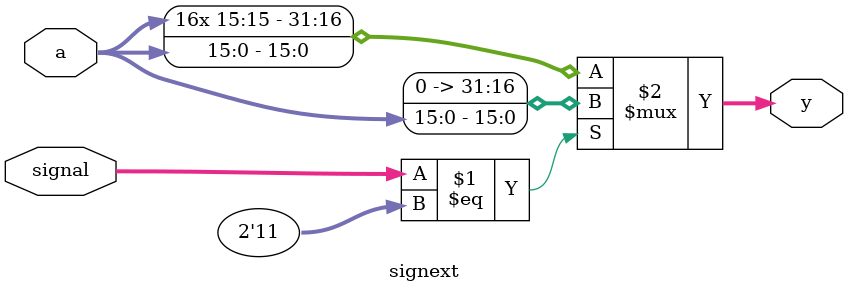
<source format=v>
`timescale 1ns / 1ps


module signext(
	input wire[15:0] a,
	input wire [1:0] signal,//inst[29:28]==2'b11
	output wire[31:0] y
    );

	assign y = (signal==2'b11)? {{16{1'b0}},a} : {{16{a[15]}},a};
endmodule

</source>
